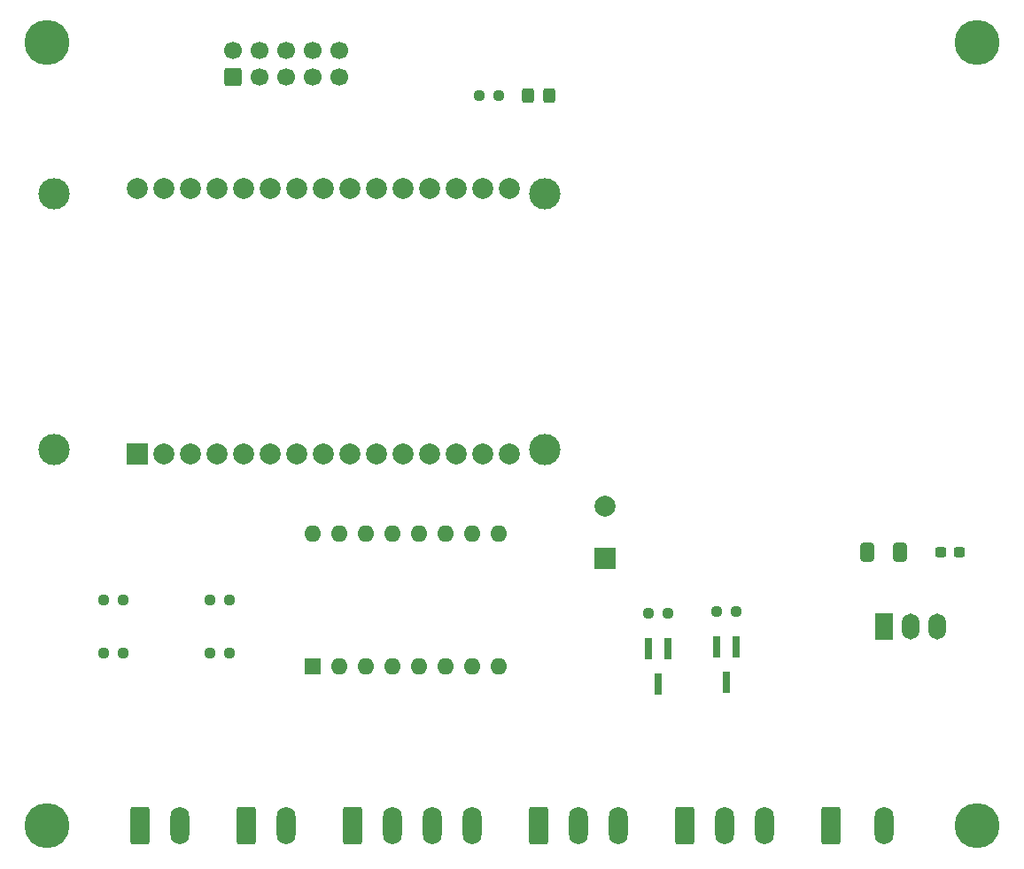
<source format=gbr>
%TF.GenerationSoftware,KiCad,Pcbnew,(6.0.1)*%
%TF.CreationDate,2022-02-12T14:44:04-06:00*%
%TF.ProjectId,sawsetter_main,73617773-6574-4746-9572-5f6d61696e2e,rev?*%
%TF.SameCoordinates,Original*%
%TF.FileFunction,Soldermask,Top*%
%TF.FilePolarity,Negative*%
%FSLAX46Y46*%
G04 Gerber Fmt 4.6, Leading zero omitted, Abs format (unit mm)*
G04 Created by KiCad (PCBNEW (6.0.1)) date 2022-02-12 14:44:04*
%MOMM*%
%LPD*%
G01*
G04 APERTURE LIST*
G04 Aperture macros list*
%AMRoundRect*
0 Rectangle with rounded corners*
0 $1 Rounding radius*
0 $2 $3 $4 $5 $6 $7 $8 $9 X,Y pos of 4 corners*
0 Add a 4 corners polygon primitive as box body*
4,1,4,$2,$3,$4,$5,$6,$7,$8,$9,$2,$3,0*
0 Add four circle primitives for the rounded corners*
1,1,$1+$1,$2,$3*
1,1,$1+$1,$4,$5*
1,1,$1+$1,$6,$7*
1,1,$1+$1,$8,$9*
0 Add four rect primitives between the rounded corners*
20,1,$1+$1,$2,$3,$4,$5,0*
20,1,$1+$1,$4,$5,$6,$7,0*
20,1,$1+$1,$6,$7,$8,$9,0*
20,1,$1+$1,$8,$9,$2,$3,0*%
G04 Aperture macros list end*
%ADD10R,2.000000X2.000000*%
%ADD11C,2.000000*%
%ADD12C,4.300000*%
%ADD13RoundRect,0.237500X-0.250000X-0.237500X0.250000X-0.237500X0.250000X0.237500X-0.250000X0.237500X0*%
%ADD14RoundRect,0.250000X-0.325000X-0.450000X0.325000X-0.450000X0.325000X0.450000X-0.325000X0.450000X0*%
%ADD15RoundRect,0.250000X-0.650000X-1.550000X0.650000X-1.550000X0.650000X1.550000X-0.650000X1.550000X0*%
%ADD16O,1.800000X3.600000*%
%ADD17R,0.650000X2.000000*%
%ADD18RoundRect,0.250000X0.600000X-0.600000X0.600000X0.600000X-0.600000X0.600000X-0.600000X-0.600000X0*%
%ADD19C,1.700000*%
%ADD20RoundRect,0.237500X0.250000X0.237500X-0.250000X0.237500X-0.250000X-0.237500X0.250000X-0.237500X0*%
%ADD21R,1.600000X1.600000*%
%ADD22O,1.600000X1.600000*%
%ADD23RoundRect,0.237500X0.300000X0.237500X-0.300000X0.237500X-0.300000X-0.237500X0.300000X-0.237500X0*%
%ADD24C,3.000000*%
%ADD25RoundRect,0.250000X-0.412500X-0.650000X0.412500X-0.650000X0.412500X0.650000X-0.412500X0.650000X0*%
%ADD26R,1.700000X2.500000*%
%ADD27O,1.700000X2.500000*%
G04 APERTURE END LIST*
D10*
%TO.C,C3*%
X78740000Y-96347677D03*
D11*
X78740000Y-91347677D03*
%TD*%
D12*
%TO.C,H4*%
X114300000Y-46990000D03*
%TD*%
%TO.C,H1*%
X25400000Y-46990000D03*
%TD*%
D13*
%TO.C,R6*%
X40997500Y-105410000D03*
X42822500Y-105410000D03*
%TD*%
D14*
%TO.C,D1*%
X71365000Y-52070000D03*
X73415000Y-52070000D03*
%TD*%
D12*
%TO.C,H3*%
X25400000Y-121920000D03*
%TD*%
D15*
%TO.C,J1*%
X72390000Y-121920000D03*
D16*
X76200000Y-121920000D03*
X80010000Y-121920000D03*
%TD*%
D17*
%TO.C,Q1*%
X84770000Y-104970000D03*
X82870000Y-104970000D03*
X83820000Y-108390000D03*
%TD*%
D12*
%TO.C,H2*%
X114300000Y-121920000D03*
%TD*%
D17*
%TO.C,Q2*%
X91295000Y-104805000D03*
X89395000Y-104805000D03*
X90345000Y-108225000D03*
%TD*%
D13*
%TO.C,R4*%
X30837500Y-105410000D03*
X32662500Y-105410000D03*
%TD*%
D18*
%TO.C,J3*%
X43180000Y-50282500D03*
D19*
X43180000Y-47742500D03*
X45720000Y-50282500D03*
X45720000Y-47742500D03*
X48260000Y-50282500D03*
X48260000Y-47742500D03*
X50800000Y-50282500D03*
X50800000Y-47742500D03*
X53340000Y-50282500D03*
X53340000Y-47742500D03*
%TD*%
D20*
%TO.C,R2*%
X91257500Y-101435000D03*
X89432500Y-101435000D03*
%TD*%
%TO.C,R1*%
X84732500Y-101600000D03*
X82907500Y-101600000D03*
%TD*%
D15*
%TO.C,J5*%
X100330000Y-121920000D03*
D16*
X105410000Y-121920000D03*
%TD*%
D21*
%TO.C,A1*%
X50800000Y-106670000D03*
D22*
X53340000Y-106670000D03*
X55880000Y-106670000D03*
X58420000Y-106670000D03*
X60960000Y-106670000D03*
X63500000Y-106670000D03*
X66040000Y-106670000D03*
X68580000Y-106670000D03*
X68580000Y-93970000D03*
X66040000Y-93970000D03*
X63500000Y-93970000D03*
X60960000Y-93970000D03*
X58420000Y-93970000D03*
X55880000Y-93970000D03*
X53340000Y-93970000D03*
X50800000Y-93970000D03*
%TD*%
D15*
%TO.C,J6*%
X34290000Y-121920000D03*
D16*
X38100000Y-121920000D03*
%TD*%
D23*
%TO.C,C2*%
X112580000Y-95705000D03*
X110855000Y-95705000D03*
%TD*%
D20*
%TO.C,R5*%
X42822500Y-100330000D03*
X40997500Y-100330000D03*
%TD*%
%TO.C,R7*%
X68580000Y-52070000D03*
X66755000Y-52070000D03*
%TD*%
%TO.C,R3*%
X32662500Y-100330000D03*
X30837500Y-100330000D03*
%TD*%
D15*
%TO.C,J7*%
X44450000Y-121920000D03*
D16*
X48260000Y-121920000D03*
%TD*%
D24*
%TO.C,U1*%
X26055000Y-85940000D03*
X73005000Y-61430000D03*
X26055000Y-61430000D03*
X73005000Y-85940000D03*
D10*
X34015000Y-86360000D03*
D11*
X36555000Y-86360000D03*
X39095000Y-86360000D03*
X41635000Y-86360000D03*
X44175000Y-86360000D03*
X46715000Y-86360000D03*
X49255000Y-86360000D03*
X51795000Y-86360000D03*
X54335000Y-86360000D03*
X56875000Y-86360000D03*
X59415000Y-86360000D03*
X61955000Y-86360000D03*
X64495000Y-86360000D03*
X67035000Y-86360000D03*
X69575000Y-86360000D03*
X69575000Y-60960000D03*
X67035000Y-60960000D03*
X64495000Y-60960000D03*
X61955000Y-60960000D03*
X59415000Y-60960000D03*
X56875000Y-60960000D03*
X54335000Y-60960000D03*
X51795000Y-60960000D03*
X49255000Y-60960000D03*
X46715000Y-60960000D03*
X44175000Y-60960000D03*
X41635000Y-60960000D03*
X39095000Y-60960000D03*
X36555000Y-60960000D03*
X34015000Y-60960000D03*
%TD*%
D15*
%TO.C,J4*%
X54610000Y-121920000D03*
D16*
X58420000Y-121920000D03*
X62230000Y-121920000D03*
X66040000Y-121920000D03*
%TD*%
D25*
%TO.C,C1*%
X103847500Y-95705000D03*
X106972500Y-95705000D03*
%TD*%
D26*
%TO.C,U2*%
X105410000Y-102870000D03*
D27*
X107950000Y-102870000D03*
X110490000Y-102870000D03*
%TD*%
D15*
%TO.C,J2*%
X86360000Y-121920000D03*
D16*
X90170000Y-121920000D03*
X93980000Y-121920000D03*
%TD*%
M02*

</source>
